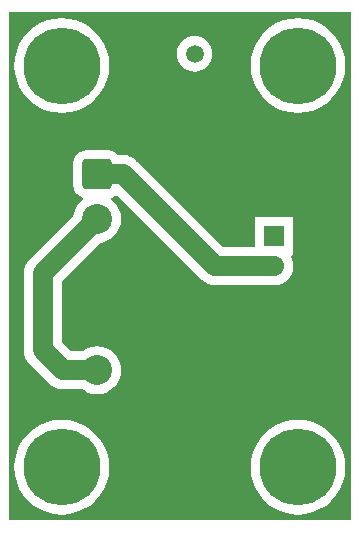
<source format=gbl>
G04 Layer_Physical_Order=2*
G04 Layer_Color=16711680*
%FSLAX25Y25*%
%MOIN*%
G70*
G01*
G75*
%ADD13C,0.06693*%
%ADD14R,0.05906X0.05906*%
%ADD15C,0.05906*%
%ADD16C,0.06693*%
%ADD17R,0.06693X0.06693*%
G04:AMPARAMS|DCode=18|XSize=100mil|YSize=100mil|CornerRadius=12.5mil|HoleSize=0mil|Usage=FLASHONLY|Rotation=180.000|XOffset=0mil|YOffset=0mil|HoleType=Round|Shape=RoundedRectangle|*
%AMROUNDEDRECTD18*
21,1,0.10000,0.07500,0,0,180.0*
21,1,0.07500,0.10000,0,0,180.0*
1,1,0.02500,-0.03750,0.03750*
1,1,0.02500,0.03750,0.03750*
1,1,0.02500,0.03750,-0.03750*
1,1,0.02500,-0.03750,-0.03750*
%
%ADD18ROUNDEDRECTD18*%
%ADD19C,0.10000*%
%ADD20C,0.25590*%
G36*
X116142Y1969D02*
X1969D01*
Y171260D01*
X116142D01*
Y1969D01*
D02*
G37*
%LPC*%
G36*
X98425Y35498D02*
X95952Y35303D01*
X93539Y34724D01*
X91246Y33774D01*
X89131Y32478D01*
X87244Y30866D01*
X85633Y28979D01*
X84336Y26864D01*
X83387Y24571D01*
X82807Y22159D01*
X82613Y19685D01*
X82807Y17211D01*
X83387Y14799D01*
X84336Y12506D01*
X85633Y10391D01*
X87244Y8504D01*
X89131Y6893D01*
X91246Y5596D01*
X93539Y4646D01*
X95952Y4067D01*
X98425Y3872D01*
X100899Y4067D01*
X103312Y4646D01*
X105604Y5596D01*
X107720Y6893D01*
X109606Y8504D01*
X111218Y10391D01*
X112514Y12506D01*
X113464Y14799D01*
X114043Y17211D01*
X114238Y19685D01*
X114043Y22159D01*
X113464Y24571D01*
X112514Y26864D01*
X111218Y28979D01*
X109606Y30866D01*
X107720Y32478D01*
X105604Y33774D01*
X103312Y34724D01*
X100899Y35303D01*
X98425Y35498D01*
D02*
G37*
G36*
X19685Y35498D02*
X17211Y35303D01*
X14799Y34724D01*
X12506Y33774D01*
X10391Y32478D01*
X8504Y30866D01*
X6892Y28979D01*
X5596Y26864D01*
X4646Y24571D01*
X4067Y22159D01*
X3872Y19685D01*
X4067Y17211D01*
X4646Y14799D01*
X5596Y12506D01*
X6892Y10391D01*
X8504Y8504D01*
X10391Y6892D01*
X12506Y5596D01*
X14799Y4646D01*
X17211Y4067D01*
X19685Y3872D01*
X22159Y4067D01*
X24571Y4646D01*
X26864Y5596D01*
X28979Y6892D01*
X30866Y8504D01*
X32478Y10391D01*
X33774Y12506D01*
X34724Y14799D01*
X35303Y17211D01*
X35498Y19685D01*
X35303Y22159D01*
X34724Y24571D01*
X33774Y26864D01*
X32478Y28979D01*
X30866Y30866D01*
X28979Y32478D01*
X26864Y33774D01*
X24571Y34724D01*
X22159Y35303D01*
X19685Y35498D01*
D02*
G37*
G36*
X35246Y125367D02*
X27746D01*
X26645Y125222D01*
X25619Y124797D01*
X24737Y124121D01*
X24061Y123240D01*
X23636Y122213D01*
X23491Y121112D01*
Y113612D01*
X23636Y112511D01*
X24061Y111485D01*
X24737Y110603D01*
X25619Y109927D01*
X26645Y109502D01*
X26925Y109465D01*
X26969Y108955D01*
X25834Y108024D01*
X24838Y106811D01*
X24099Y105426D01*
X23643Y103924D01*
X23595Y103435D01*
X8899Y88739D01*
X8110Y87777D01*
X7523Y86680D01*
X7162Y85490D01*
X7040Y84252D01*
Y58661D01*
X7162Y57424D01*
X7523Y56233D01*
X8110Y55136D01*
X8899Y54175D01*
X15631Y47442D01*
X16593Y46653D01*
X17690Y46067D01*
X18880Y45706D01*
X19499Y45645D01*
X20118Y45584D01*
X26667D01*
X27048Y45272D01*
X28432Y44532D01*
X29934Y44076D01*
X31496Y43922D01*
X33058Y44076D01*
X34560Y44532D01*
X35945Y45272D01*
X37158Y46267D01*
X38154Y47481D01*
X38894Y48865D01*
X39349Y50367D01*
X39503Y51929D01*
X39349Y53491D01*
X38894Y54993D01*
X38154Y56378D01*
X37158Y57591D01*
X35945Y58587D01*
X34560Y59327D01*
X33058Y59782D01*
X31496Y59936D01*
X29934Y59782D01*
X28432Y59327D01*
X27048Y58587D01*
X26667Y58275D01*
X22747D01*
X19731Y61290D01*
Y81624D01*
X32568Y94461D01*
X33058Y94509D01*
X34560Y94965D01*
X35945Y95705D01*
X37158Y96700D01*
X38154Y97914D01*
X38894Y99298D01*
X39349Y100800D01*
X39503Y102362D01*
X39349Y103924D01*
X38894Y105426D01*
X38154Y106811D01*
X37158Y108024D01*
X36023Y108955D01*
X36067Y109465D01*
X36347Y109502D01*
X37374Y109927D01*
X38056Y110451D01*
X66379Y82127D01*
X67341Y81338D01*
X68438Y80752D01*
X69628Y80391D01*
X70247Y80330D01*
X70866Y80269D01*
X90551D01*
X91789Y80391D01*
X92980Y80752D01*
X94077Y81338D01*
X95038Y82127D01*
X95827Y83089D01*
X96414Y84186D01*
X96775Y85376D01*
X96897Y86614D01*
X96775Y87852D01*
X96414Y89043D01*
X96009Y89799D01*
X96309Y90299D01*
X96866D01*
Y102929D01*
X84236D01*
Y92960D01*
X73494D01*
X44605Y121849D01*
X43644Y122638D01*
X42546Y123225D01*
X41356Y123586D01*
X40118Y123708D01*
X38572D01*
X38255Y124121D01*
X37374Y124797D01*
X36347Y125222D01*
X35246Y125367D01*
D02*
G37*
G36*
X63976Y163430D02*
X62816Y163316D01*
X61699Y162977D01*
X60671Y162427D01*
X59769Y161688D01*
X59029Y160786D01*
X58479Y159757D01*
X58141Y158641D01*
X58026Y157480D01*
X58141Y156319D01*
X58479Y155203D01*
X59029Y154175D01*
X59769Y153273D01*
X60671Y152533D01*
X61699Y151983D01*
X62816Y151645D01*
X63976Y151530D01*
X65137Y151645D01*
X66253Y151983D01*
X67282Y152533D01*
X68184Y153273D01*
X68923Y154175D01*
X69473Y155203D01*
X69812Y156319D01*
X69926Y157480D01*
X69812Y158641D01*
X69473Y159757D01*
X68923Y160786D01*
X68184Y161688D01*
X67282Y162427D01*
X66253Y162977D01*
X65137Y163316D01*
X63976Y163430D01*
D02*
G37*
G36*
X98425Y169356D02*
X95952Y169161D01*
X93539Y168582D01*
X91246Y167632D01*
X89131Y166336D01*
X87244Y164724D01*
X85633Y162838D01*
X84336Y160722D01*
X83387Y158430D01*
X82807Y156017D01*
X82613Y153543D01*
X82807Y151070D01*
X83387Y148657D01*
X84336Y146365D01*
X85633Y144249D01*
X87244Y142362D01*
X89131Y140751D01*
X91246Y139454D01*
X93539Y138505D01*
X95952Y137926D01*
X98425Y137731D01*
X100899Y137926D01*
X103312Y138505D01*
X105604Y139454D01*
X107720Y140751D01*
X109606Y142362D01*
X111218Y144249D01*
X112514Y146365D01*
X113464Y148657D01*
X114043Y151070D01*
X114238Y153543D01*
X114043Y156017D01*
X113464Y158430D01*
X112514Y160722D01*
X111218Y162838D01*
X109606Y164724D01*
X107720Y166336D01*
X105604Y167632D01*
X103312Y168582D01*
X100899Y169161D01*
X98425Y169356D01*
D02*
G37*
G36*
X19685D02*
X17211Y169161D01*
X14799Y168582D01*
X12506Y167632D01*
X10391Y166336D01*
X8504Y164724D01*
X6892Y162838D01*
X5596Y160722D01*
X4646Y158430D01*
X4067Y156017D01*
X3872Y153543D01*
X4067Y151070D01*
X4646Y148657D01*
X5596Y146365D01*
X6892Y144249D01*
X8504Y142362D01*
X10391Y140751D01*
X12506Y139454D01*
X14799Y138505D01*
X17211Y137926D01*
X19685Y137731D01*
X22159Y137926D01*
X24571Y138505D01*
X26864Y139454D01*
X28979Y140751D01*
X30866Y142362D01*
X32478Y144249D01*
X33774Y146365D01*
X34724Y148657D01*
X35303Y151070D01*
X35498Y153543D01*
X35303Y156017D01*
X34724Y158430D01*
X33774Y160722D01*
X32478Y162838D01*
X30866Y164724D01*
X28979Y166336D01*
X26864Y167632D01*
X24571Y168582D01*
X22159Y169161D01*
X19685Y169356D01*
D02*
G37*
%LPD*%
D13*
X31496Y117362D02*
X40118D01*
X70866Y86614D02*
X90551D01*
X40118Y117362D02*
X70866Y86614D01*
X20118Y51929D02*
X31496D01*
X13386Y58661D02*
X20118Y51929D01*
X13386Y58661D02*
Y84252D01*
X31496Y102362D01*
D14*
X53976Y157480D02*
D03*
D15*
X63976D02*
D03*
D16*
X90551Y76614D02*
D03*
Y86614D02*
D03*
D17*
Y96614D02*
D03*
D18*
X31496Y66929D02*
D03*
Y117362D02*
D03*
D19*
Y51929D02*
D03*
Y102362D02*
D03*
D20*
X98425Y19685D02*
D03*
Y153543D02*
D03*
X19685D02*
D03*
Y19685D02*
D03*
M02*

</source>
